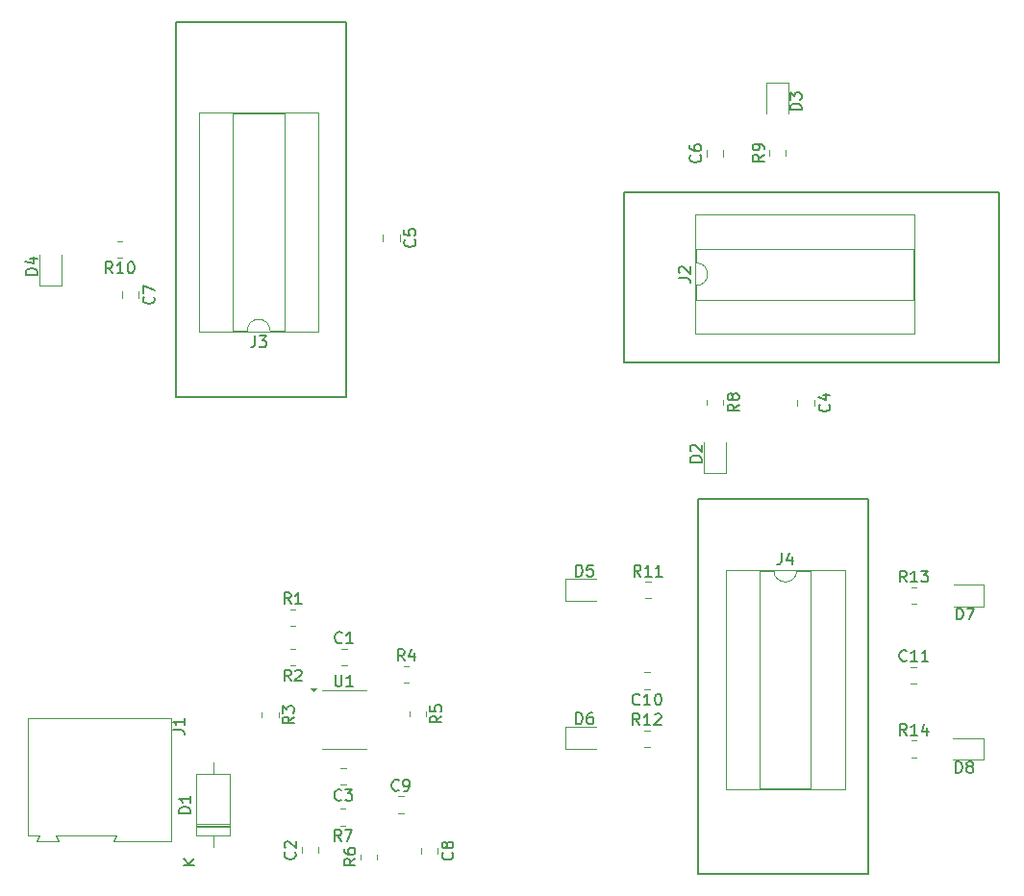
<source format=gbr>
%TF.GenerationSoftware,KiCad,Pcbnew,8.0.5*%
%TF.CreationDate,2024-11-04T13:30:35-06:00*%
%TF.ProjectId,KiCAD_Custom_DRC_Rules_for_PCBWay,4b694341-445f-4437-9573-746f6d5f4452,rev?*%
%TF.SameCoordinates,Original*%
%TF.FileFunction,Legend,Top*%
%TF.FilePolarity,Positive*%
%FSLAX46Y46*%
G04 Gerber Fmt 4.6, Leading zero omitted, Abs format (unit mm)*
G04 Created by KiCad (PCBNEW 8.0.5) date 2024-11-04 13:30:35*
%MOMM*%
%LPD*%
G01*
G04 APERTURE LIST*
%ADD10C,0.150000*%
%ADD11C,0.120000*%
G04 APERTURE END LIST*
D10*
X64000000Y-50000000D02*
X79000000Y-50000000D01*
X79000000Y-83000000D01*
X64000000Y-83000000D01*
X64000000Y-50000000D01*
X110000000Y-92000000D02*
X125000000Y-92000000D01*
X125000000Y-125000000D01*
X110000000Y-125000000D01*
X110000000Y-92000000D01*
X103500000Y-65000000D02*
X136500000Y-65000000D01*
X136500000Y-80000000D01*
X103500000Y-80000000D01*
X103500000Y-65000000D01*
X128357142Y-112804819D02*
X128023809Y-112328628D01*
X127785714Y-112804819D02*
X127785714Y-111804819D01*
X127785714Y-111804819D02*
X128166666Y-111804819D01*
X128166666Y-111804819D02*
X128261904Y-111852438D01*
X128261904Y-111852438D02*
X128309523Y-111900057D01*
X128309523Y-111900057D02*
X128357142Y-111995295D01*
X128357142Y-111995295D02*
X128357142Y-112138152D01*
X128357142Y-112138152D02*
X128309523Y-112233390D01*
X128309523Y-112233390D02*
X128261904Y-112281009D01*
X128261904Y-112281009D02*
X128166666Y-112328628D01*
X128166666Y-112328628D02*
X127785714Y-112328628D01*
X129309523Y-112804819D02*
X128738095Y-112804819D01*
X129023809Y-112804819D02*
X129023809Y-111804819D01*
X129023809Y-111804819D02*
X128928571Y-111947676D01*
X128928571Y-111947676D02*
X128833333Y-112042914D01*
X128833333Y-112042914D02*
X128738095Y-112090533D01*
X130166666Y-112138152D02*
X130166666Y-112804819D01*
X129928571Y-111757200D02*
X129690476Y-112471485D01*
X129690476Y-112471485D02*
X130309523Y-112471485D01*
X62039580Y-74166666D02*
X62087200Y-74214285D01*
X62087200Y-74214285D02*
X62134819Y-74357142D01*
X62134819Y-74357142D02*
X62134819Y-74452380D01*
X62134819Y-74452380D02*
X62087200Y-74595237D01*
X62087200Y-74595237D02*
X61991961Y-74690475D01*
X61991961Y-74690475D02*
X61896723Y-74738094D01*
X61896723Y-74738094D02*
X61706247Y-74785713D01*
X61706247Y-74785713D02*
X61563390Y-74785713D01*
X61563390Y-74785713D02*
X61372914Y-74738094D01*
X61372914Y-74738094D02*
X61277676Y-74690475D01*
X61277676Y-74690475D02*
X61182438Y-74595237D01*
X61182438Y-74595237D02*
X61134819Y-74452380D01*
X61134819Y-74452380D02*
X61134819Y-74357142D01*
X61134819Y-74357142D02*
X61182438Y-74214285D01*
X61182438Y-74214285D02*
X61230057Y-74166666D01*
X61134819Y-73833332D02*
X61134819Y-73166666D01*
X61134819Y-73166666D02*
X62134819Y-73595237D01*
X74494580Y-123086666D02*
X74542200Y-123134285D01*
X74542200Y-123134285D02*
X74589819Y-123277142D01*
X74589819Y-123277142D02*
X74589819Y-123372380D01*
X74589819Y-123372380D02*
X74542200Y-123515237D01*
X74542200Y-123515237D02*
X74446961Y-123610475D01*
X74446961Y-123610475D02*
X74351723Y-123658094D01*
X74351723Y-123658094D02*
X74161247Y-123705713D01*
X74161247Y-123705713D02*
X74018390Y-123705713D01*
X74018390Y-123705713D02*
X73827914Y-123658094D01*
X73827914Y-123658094D02*
X73732676Y-123610475D01*
X73732676Y-123610475D02*
X73637438Y-123515237D01*
X73637438Y-123515237D02*
X73589819Y-123372380D01*
X73589819Y-123372380D02*
X73589819Y-123277142D01*
X73589819Y-123277142D02*
X73637438Y-123134285D01*
X73637438Y-123134285D02*
X73685057Y-123086666D01*
X73685057Y-122705713D02*
X73637438Y-122658094D01*
X73637438Y-122658094D02*
X73589819Y-122562856D01*
X73589819Y-122562856D02*
X73589819Y-122324761D01*
X73589819Y-122324761D02*
X73637438Y-122229523D01*
X73637438Y-122229523D02*
X73685057Y-122181904D01*
X73685057Y-122181904D02*
X73780295Y-122134285D01*
X73780295Y-122134285D02*
X73875533Y-122134285D01*
X73875533Y-122134285D02*
X74018390Y-122181904D01*
X74018390Y-122181904D02*
X74589819Y-122753332D01*
X74589819Y-122753332D02*
X74589819Y-122134285D01*
X110304819Y-88738094D02*
X109304819Y-88738094D01*
X109304819Y-88738094D02*
X109304819Y-88499999D01*
X109304819Y-88499999D02*
X109352438Y-88357142D01*
X109352438Y-88357142D02*
X109447676Y-88261904D01*
X109447676Y-88261904D02*
X109542914Y-88214285D01*
X109542914Y-88214285D02*
X109733390Y-88166666D01*
X109733390Y-88166666D02*
X109876247Y-88166666D01*
X109876247Y-88166666D02*
X110066723Y-88214285D01*
X110066723Y-88214285D02*
X110161961Y-88261904D01*
X110161961Y-88261904D02*
X110257200Y-88357142D01*
X110257200Y-88357142D02*
X110304819Y-88499999D01*
X110304819Y-88499999D02*
X110304819Y-88738094D01*
X109400057Y-87785713D02*
X109352438Y-87738094D01*
X109352438Y-87738094D02*
X109304819Y-87642856D01*
X109304819Y-87642856D02*
X109304819Y-87404761D01*
X109304819Y-87404761D02*
X109352438Y-87309523D01*
X109352438Y-87309523D02*
X109400057Y-87261904D01*
X109400057Y-87261904D02*
X109495295Y-87214285D01*
X109495295Y-87214285D02*
X109590533Y-87214285D01*
X109590533Y-87214285D02*
X109733390Y-87261904D01*
X109733390Y-87261904D02*
X110304819Y-87833332D01*
X110304819Y-87833332D02*
X110304819Y-87214285D01*
X78053095Y-107474819D02*
X78053095Y-108284342D01*
X78053095Y-108284342D02*
X78100714Y-108379580D01*
X78100714Y-108379580D02*
X78148333Y-108427200D01*
X78148333Y-108427200D02*
X78243571Y-108474819D01*
X78243571Y-108474819D02*
X78434047Y-108474819D01*
X78434047Y-108474819D02*
X78529285Y-108427200D01*
X78529285Y-108427200D02*
X78576904Y-108379580D01*
X78576904Y-108379580D02*
X78624523Y-108284342D01*
X78624523Y-108284342D02*
X78624523Y-107474819D01*
X79624523Y-108474819D02*
X79053095Y-108474819D01*
X79338809Y-108474819D02*
X79338809Y-107474819D01*
X79338809Y-107474819D02*
X79243571Y-107617676D01*
X79243571Y-107617676D02*
X79148333Y-107712914D01*
X79148333Y-107712914D02*
X79053095Y-107760533D01*
X70976666Y-77619819D02*
X70976666Y-78334104D01*
X70976666Y-78334104D02*
X70929047Y-78476961D01*
X70929047Y-78476961D02*
X70833809Y-78572200D01*
X70833809Y-78572200D02*
X70690952Y-78619819D01*
X70690952Y-78619819D02*
X70595714Y-78619819D01*
X71357619Y-77619819D02*
X71976666Y-77619819D01*
X71976666Y-77619819D02*
X71643333Y-78000771D01*
X71643333Y-78000771D02*
X71786190Y-78000771D01*
X71786190Y-78000771D02*
X71881428Y-78048390D01*
X71881428Y-78048390D02*
X71929047Y-78096009D01*
X71929047Y-78096009D02*
X71976666Y-78191247D01*
X71976666Y-78191247D02*
X71976666Y-78429342D01*
X71976666Y-78429342D02*
X71929047Y-78524580D01*
X71929047Y-78524580D02*
X71881428Y-78572200D01*
X71881428Y-78572200D02*
X71786190Y-78619819D01*
X71786190Y-78619819D02*
X71500476Y-78619819D01*
X71500476Y-78619819D02*
X71405238Y-78572200D01*
X71405238Y-78572200D02*
X71357619Y-78524580D01*
X74148333Y-101224819D02*
X73815000Y-100748628D01*
X73576905Y-101224819D02*
X73576905Y-100224819D01*
X73576905Y-100224819D02*
X73957857Y-100224819D01*
X73957857Y-100224819D02*
X74053095Y-100272438D01*
X74053095Y-100272438D02*
X74100714Y-100320057D01*
X74100714Y-100320057D02*
X74148333Y-100415295D01*
X74148333Y-100415295D02*
X74148333Y-100558152D01*
X74148333Y-100558152D02*
X74100714Y-100653390D01*
X74100714Y-100653390D02*
X74053095Y-100701009D01*
X74053095Y-100701009D02*
X73957857Y-100748628D01*
X73957857Y-100748628D02*
X73576905Y-100748628D01*
X75100714Y-101224819D02*
X74529286Y-101224819D01*
X74815000Y-101224819D02*
X74815000Y-100224819D01*
X74815000Y-100224819D02*
X74719762Y-100367676D01*
X74719762Y-100367676D02*
X74624524Y-100462914D01*
X74624524Y-100462914D02*
X74529286Y-100510533D01*
X51804819Y-72238094D02*
X50804819Y-72238094D01*
X50804819Y-72238094D02*
X50804819Y-71999999D01*
X50804819Y-71999999D02*
X50852438Y-71857142D01*
X50852438Y-71857142D02*
X50947676Y-71761904D01*
X50947676Y-71761904D02*
X51042914Y-71714285D01*
X51042914Y-71714285D02*
X51233390Y-71666666D01*
X51233390Y-71666666D02*
X51376247Y-71666666D01*
X51376247Y-71666666D02*
X51566723Y-71714285D01*
X51566723Y-71714285D02*
X51661961Y-71761904D01*
X51661961Y-71761904D02*
X51757200Y-71857142D01*
X51757200Y-71857142D02*
X51804819Y-71999999D01*
X51804819Y-71999999D02*
X51804819Y-72238094D01*
X51138152Y-70809523D02*
X51804819Y-70809523D01*
X50757200Y-71047618D02*
X51471485Y-71285713D01*
X51471485Y-71285713D02*
X51471485Y-70666666D01*
X78560833Y-122104819D02*
X78227500Y-121628628D01*
X77989405Y-122104819D02*
X77989405Y-121104819D01*
X77989405Y-121104819D02*
X78370357Y-121104819D01*
X78370357Y-121104819D02*
X78465595Y-121152438D01*
X78465595Y-121152438D02*
X78513214Y-121200057D01*
X78513214Y-121200057D02*
X78560833Y-121295295D01*
X78560833Y-121295295D02*
X78560833Y-121438152D01*
X78560833Y-121438152D02*
X78513214Y-121533390D01*
X78513214Y-121533390D02*
X78465595Y-121581009D01*
X78465595Y-121581009D02*
X78370357Y-121628628D01*
X78370357Y-121628628D02*
X77989405Y-121628628D01*
X78894167Y-121104819D02*
X79560833Y-121104819D01*
X79560833Y-121104819D02*
X79132262Y-122104819D01*
X119104819Y-57738094D02*
X118104819Y-57738094D01*
X118104819Y-57738094D02*
X118104819Y-57499999D01*
X118104819Y-57499999D02*
X118152438Y-57357142D01*
X118152438Y-57357142D02*
X118247676Y-57261904D01*
X118247676Y-57261904D02*
X118342914Y-57214285D01*
X118342914Y-57214285D02*
X118533390Y-57166666D01*
X118533390Y-57166666D02*
X118676247Y-57166666D01*
X118676247Y-57166666D02*
X118866723Y-57214285D01*
X118866723Y-57214285D02*
X118961961Y-57261904D01*
X118961961Y-57261904D02*
X119057200Y-57357142D01*
X119057200Y-57357142D02*
X119104819Y-57499999D01*
X119104819Y-57499999D02*
X119104819Y-57738094D01*
X118104819Y-56833332D02*
X118104819Y-56214285D01*
X118104819Y-56214285D02*
X118485771Y-56547618D01*
X118485771Y-56547618D02*
X118485771Y-56404761D01*
X118485771Y-56404761D02*
X118533390Y-56309523D01*
X118533390Y-56309523D02*
X118581009Y-56261904D01*
X118581009Y-56261904D02*
X118676247Y-56214285D01*
X118676247Y-56214285D02*
X118914342Y-56214285D01*
X118914342Y-56214285D02*
X119009580Y-56261904D01*
X119009580Y-56261904D02*
X119057200Y-56309523D01*
X119057200Y-56309523D02*
X119104819Y-56404761D01*
X119104819Y-56404761D02*
X119104819Y-56690475D01*
X119104819Y-56690475D02*
X119057200Y-56785713D01*
X119057200Y-56785713D02*
X119009580Y-56833332D01*
X115804819Y-61666666D02*
X115328628Y-61999999D01*
X115804819Y-62238094D02*
X114804819Y-62238094D01*
X114804819Y-62238094D02*
X114804819Y-61857142D01*
X114804819Y-61857142D02*
X114852438Y-61761904D01*
X114852438Y-61761904D02*
X114900057Y-61714285D01*
X114900057Y-61714285D02*
X114995295Y-61666666D01*
X114995295Y-61666666D02*
X115138152Y-61666666D01*
X115138152Y-61666666D02*
X115233390Y-61714285D01*
X115233390Y-61714285D02*
X115281009Y-61761904D01*
X115281009Y-61761904D02*
X115328628Y-61857142D01*
X115328628Y-61857142D02*
X115328628Y-62238094D01*
X115804819Y-61190475D02*
X115804819Y-60999999D01*
X115804819Y-60999999D02*
X115757200Y-60904761D01*
X115757200Y-60904761D02*
X115709580Y-60857142D01*
X115709580Y-60857142D02*
X115566723Y-60761904D01*
X115566723Y-60761904D02*
X115376247Y-60714285D01*
X115376247Y-60714285D02*
X114995295Y-60714285D01*
X114995295Y-60714285D02*
X114900057Y-60761904D01*
X114900057Y-60761904D02*
X114852438Y-60809523D01*
X114852438Y-60809523D02*
X114804819Y-60904761D01*
X114804819Y-60904761D02*
X114804819Y-61095237D01*
X114804819Y-61095237D02*
X114852438Y-61190475D01*
X114852438Y-61190475D02*
X114900057Y-61238094D01*
X114900057Y-61238094D02*
X114995295Y-61285713D01*
X114995295Y-61285713D02*
X115233390Y-61285713D01*
X115233390Y-61285713D02*
X115328628Y-61238094D01*
X115328628Y-61238094D02*
X115376247Y-61190475D01*
X115376247Y-61190475D02*
X115423866Y-61095237D01*
X115423866Y-61095237D02*
X115423866Y-60904761D01*
X115423866Y-60904761D02*
X115376247Y-60809523D01*
X115376247Y-60809523D02*
X115328628Y-60761904D01*
X115328628Y-60761904D02*
X115233390Y-60714285D01*
X121539580Y-83666666D02*
X121587200Y-83714285D01*
X121587200Y-83714285D02*
X121634819Y-83857142D01*
X121634819Y-83857142D02*
X121634819Y-83952380D01*
X121634819Y-83952380D02*
X121587200Y-84095237D01*
X121587200Y-84095237D02*
X121491961Y-84190475D01*
X121491961Y-84190475D02*
X121396723Y-84238094D01*
X121396723Y-84238094D02*
X121206247Y-84285713D01*
X121206247Y-84285713D02*
X121063390Y-84285713D01*
X121063390Y-84285713D02*
X120872914Y-84238094D01*
X120872914Y-84238094D02*
X120777676Y-84190475D01*
X120777676Y-84190475D02*
X120682438Y-84095237D01*
X120682438Y-84095237D02*
X120634819Y-83952380D01*
X120634819Y-83952380D02*
X120634819Y-83857142D01*
X120634819Y-83857142D02*
X120682438Y-83714285D01*
X120682438Y-83714285D02*
X120730057Y-83666666D01*
X120968152Y-82809523D02*
X121634819Y-82809523D01*
X120587200Y-83047618D02*
X121301485Y-83285713D01*
X121301485Y-83285713D02*
X121301485Y-82666666D01*
X104944642Y-98804819D02*
X104611309Y-98328628D01*
X104373214Y-98804819D02*
X104373214Y-97804819D01*
X104373214Y-97804819D02*
X104754166Y-97804819D01*
X104754166Y-97804819D02*
X104849404Y-97852438D01*
X104849404Y-97852438D02*
X104897023Y-97900057D01*
X104897023Y-97900057D02*
X104944642Y-97995295D01*
X104944642Y-97995295D02*
X104944642Y-98138152D01*
X104944642Y-98138152D02*
X104897023Y-98233390D01*
X104897023Y-98233390D02*
X104849404Y-98281009D01*
X104849404Y-98281009D02*
X104754166Y-98328628D01*
X104754166Y-98328628D02*
X104373214Y-98328628D01*
X105897023Y-98804819D02*
X105325595Y-98804819D01*
X105611309Y-98804819D02*
X105611309Y-97804819D01*
X105611309Y-97804819D02*
X105516071Y-97947676D01*
X105516071Y-97947676D02*
X105420833Y-98042914D01*
X105420833Y-98042914D02*
X105325595Y-98090533D01*
X106849404Y-98804819D02*
X106277976Y-98804819D01*
X106563690Y-98804819D02*
X106563690Y-97804819D01*
X106563690Y-97804819D02*
X106468452Y-97947676D01*
X106468452Y-97947676D02*
X106373214Y-98042914D01*
X106373214Y-98042914D02*
X106277976Y-98090533D01*
X104857142Y-110039580D02*
X104809523Y-110087200D01*
X104809523Y-110087200D02*
X104666666Y-110134819D01*
X104666666Y-110134819D02*
X104571428Y-110134819D01*
X104571428Y-110134819D02*
X104428571Y-110087200D01*
X104428571Y-110087200D02*
X104333333Y-109991961D01*
X104333333Y-109991961D02*
X104285714Y-109896723D01*
X104285714Y-109896723D02*
X104238095Y-109706247D01*
X104238095Y-109706247D02*
X104238095Y-109563390D01*
X104238095Y-109563390D02*
X104285714Y-109372914D01*
X104285714Y-109372914D02*
X104333333Y-109277676D01*
X104333333Y-109277676D02*
X104428571Y-109182438D01*
X104428571Y-109182438D02*
X104571428Y-109134819D01*
X104571428Y-109134819D02*
X104666666Y-109134819D01*
X104666666Y-109134819D02*
X104809523Y-109182438D01*
X104809523Y-109182438D02*
X104857142Y-109230057D01*
X105809523Y-110134819D02*
X105238095Y-110134819D01*
X105523809Y-110134819D02*
X105523809Y-109134819D01*
X105523809Y-109134819D02*
X105428571Y-109277676D01*
X105428571Y-109277676D02*
X105333333Y-109372914D01*
X105333333Y-109372914D02*
X105238095Y-109420533D01*
X106428571Y-109134819D02*
X106523809Y-109134819D01*
X106523809Y-109134819D02*
X106619047Y-109182438D01*
X106619047Y-109182438D02*
X106666666Y-109230057D01*
X106666666Y-109230057D02*
X106714285Y-109325295D01*
X106714285Y-109325295D02*
X106761904Y-109515771D01*
X106761904Y-109515771D02*
X106761904Y-109753866D01*
X106761904Y-109753866D02*
X106714285Y-109944342D01*
X106714285Y-109944342D02*
X106666666Y-110039580D01*
X106666666Y-110039580D02*
X106619047Y-110087200D01*
X106619047Y-110087200D02*
X106523809Y-110134819D01*
X106523809Y-110134819D02*
X106428571Y-110134819D01*
X106428571Y-110134819D02*
X106333333Y-110087200D01*
X106333333Y-110087200D02*
X106285714Y-110039580D01*
X106285714Y-110039580D02*
X106238095Y-109944342D01*
X106238095Y-109944342D02*
X106190476Y-109753866D01*
X106190476Y-109753866D02*
X106190476Y-109515771D01*
X106190476Y-109515771D02*
X106238095Y-109325295D01*
X106238095Y-109325295D02*
X106285714Y-109230057D01*
X106285714Y-109230057D02*
X106333333Y-109182438D01*
X106333333Y-109182438D02*
X106428571Y-109134819D01*
X78598333Y-118459580D02*
X78550714Y-118507200D01*
X78550714Y-118507200D02*
X78407857Y-118554819D01*
X78407857Y-118554819D02*
X78312619Y-118554819D01*
X78312619Y-118554819D02*
X78169762Y-118507200D01*
X78169762Y-118507200D02*
X78074524Y-118411961D01*
X78074524Y-118411961D02*
X78026905Y-118316723D01*
X78026905Y-118316723D02*
X77979286Y-118126247D01*
X77979286Y-118126247D02*
X77979286Y-117983390D01*
X77979286Y-117983390D02*
X78026905Y-117792914D01*
X78026905Y-117792914D02*
X78074524Y-117697676D01*
X78074524Y-117697676D02*
X78169762Y-117602438D01*
X78169762Y-117602438D02*
X78312619Y-117554819D01*
X78312619Y-117554819D02*
X78407857Y-117554819D01*
X78407857Y-117554819D02*
X78550714Y-117602438D01*
X78550714Y-117602438D02*
X78598333Y-117650057D01*
X78931667Y-117554819D02*
X79550714Y-117554819D01*
X79550714Y-117554819D02*
X79217381Y-117935771D01*
X79217381Y-117935771D02*
X79360238Y-117935771D01*
X79360238Y-117935771D02*
X79455476Y-117983390D01*
X79455476Y-117983390D02*
X79503095Y-118031009D01*
X79503095Y-118031009D02*
X79550714Y-118126247D01*
X79550714Y-118126247D02*
X79550714Y-118364342D01*
X79550714Y-118364342D02*
X79503095Y-118459580D01*
X79503095Y-118459580D02*
X79455476Y-118507200D01*
X79455476Y-118507200D02*
X79360238Y-118554819D01*
X79360238Y-118554819D02*
X79074524Y-118554819D01*
X79074524Y-118554819D02*
X78979286Y-118507200D01*
X78979286Y-118507200D02*
X78931667Y-118459580D01*
X113604819Y-83666666D02*
X113128628Y-83999999D01*
X113604819Y-84238094D02*
X112604819Y-84238094D01*
X112604819Y-84238094D02*
X112604819Y-83857142D01*
X112604819Y-83857142D02*
X112652438Y-83761904D01*
X112652438Y-83761904D02*
X112700057Y-83714285D01*
X112700057Y-83714285D02*
X112795295Y-83666666D01*
X112795295Y-83666666D02*
X112938152Y-83666666D01*
X112938152Y-83666666D02*
X113033390Y-83714285D01*
X113033390Y-83714285D02*
X113081009Y-83761904D01*
X113081009Y-83761904D02*
X113128628Y-83857142D01*
X113128628Y-83857142D02*
X113128628Y-84238094D01*
X113033390Y-83095237D02*
X112985771Y-83190475D01*
X112985771Y-83190475D02*
X112938152Y-83238094D01*
X112938152Y-83238094D02*
X112842914Y-83285713D01*
X112842914Y-83285713D02*
X112795295Y-83285713D01*
X112795295Y-83285713D02*
X112700057Y-83238094D01*
X112700057Y-83238094D02*
X112652438Y-83190475D01*
X112652438Y-83190475D02*
X112604819Y-83095237D01*
X112604819Y-83095237D02*
X112604819Y-82904761D01*
X112604819Y-82904761D02*
X112652438Y-82809523D01*
X112652438Y-82809523D02*
X112700057Y-82761904D01*
X112700057Y-82761904D02*
X112795295Y-82714285D01*
X112795295Y-82714285D02*
X112842914Y-82714285D01*
X112842914Y-82714285D02*
X112938152Y-82761904D01*
X112938152Y-82761904D02*
X112985771Y-82809523D01*
X112985771Y-82809523D02*
X113033390Y-82904761D01*
X113033390Y-82904761D02*
X113033390Y-83095237D01*
X113033390Y-83095237D02*
X113081009Y-83190475D01*
X113081009Y-83190475D02*
X113128628Y-83238094D01*
X113128628Y-83238094D02*
X113223866Y-83285713D01*
X113223866Y-83285713D02*
X113414342Y-83285713D01*
X113414342Y-83285713D02*
X113509580Y-83238094D01*
X113509580Y-83238094D02*
X113557200Y-83190475D01*
X113557200Y-83190475D02*
X113604819Y-83095237D01*
X113604819Y-83095237D02*
X113604819Y-82904761D01*
X113604819Y-82904761D02*
X113557200Y-82809523D01*
X113557200Y-82809523D02*
X113509580Y-82761904D01*
X113509580Y-82761904D02*
X113414342Y-82714285D01*
X113414342Y-82714285D02*
X113223866Y-82714285D01*
X113223866Y-82714285D02*
X113128628Y-82761904D01*
X113128628Y-82761904D02*
X113081009Y-82809523D01*
X113081009Y-82809523D02*
X113033390Y-82904761D01*
X128357142Y-106179580D02*
X128309523Y-106227200D01*
X128309523Y-106227200D02*
X128166666Y-106274819D01*
X128166666Y-106274819D02*
X128071428Y-106274819D01*
X128071428Y-106274819D02*
X127928571Y-106227200D01*
X127928571Y-106227200D02*
X127833333Y-106131961D01*
X127833333Y-106131961D02*
X127785714Y-106036723D01*
X127785714Y-106036723D02*
X127738095Y-105846247D01*
X127738095Y-105846247D02*
X127738095Y-105703390D01*
X127738095Y-105703390D02*
X127785714Y-105512914D01*
X127785714Y-105512914D02*
X127833333Y-105417676D01*
X127833333Y-105417676D02*
X127928571Y-105322438D01*
X127928571Y-105322438D02*
X128071428Y-105274819D01*
X128071428Y-105274819D02*
X128166666Y-105274819D01*
X128166666Y-105274819D02*
X128309523Y-105322438D01*
X128309523Y-105322438D02*
X128357142Y-105370057D01*
X129309523Y-106274819D02*
X128738095Y-106274819D01*
X129023809Y-106274819D02*
X129023809Y-105274819D01*
X129023809Y-105274819D02*
X128928571Y-105417676D01*
X128928571Y-105417676D02*
X128833333Y-105512914D01*
X128833333Y-105512914D02*
X128738095Y-105560533D01*
X130261904Y-106274819D02*
X129690476Y-106274819D01*
X129976190Y-106274819D02*
X129976190Y-105274819D01*
X129976190Y-105274819D02*
X129880952Y-105417676D01*
X129880952Y-105417676D02*
X129785714Y-105512914D01*
X129785714Y-105512914D02*
X129690476Y-105560533D01*
X132761905Y-102604819D02*
X132761905Y-101604819D01*
X132761905Y-101604819D02*
X133000000Y-101604819D01*
X133000000Y-101604819D02*
X133142857Y-101652438D01*
X133142857Y-101652438D02*
X133238095Y-101747676D01*
X133238095Y-101747676D02*
X133285714Y-101842914D01*
X133285714Y-101842914D02*
X133333333Y-102033390D01*
X133333333Y-102033390D02*
X133333333Y-102176247D01*
X133333333Y-102176247D02*
X133285714Y-102366723D01*
X133285714Y-102366723D02*
X133238095Y-102461961D01*
X133238095Y-102461961D02*
X133142857Y-102557200D01*
X133142857Y-102557200D02*
X133000000Y-102604819D01*
X133000000Y-102604819D02*
X132761905Y-102604819D01*
X133666667Y-101604819D02*
X134333333Y-101604819D01*
X134333333Y-101604819D02*
X133904762Y-102604819D01*
X83648333Y-117599580D02*
X83600714Y-117647200D01*
X83600714Y-117647200D02*
X83457857Y-117694819D01*
X83457857Y-117694819D02*
X83362619Y-117694819D01*
X83362619Y-117694819D02*
X83219762Y-117647200D01*
X83219762Y-117647200D02*
X83124524Y-117551961D01*
X83124524Y-117551961D02*
X83076905Y-117456723D01*
X83076905Y-117456723D02*
X83029286Y-117266247D01*
X83029286Y-117266247D02*
X83029286Y-117123390D01*
X83029286Y-117123390D02*
X83076905Y-116932914D01*
X83076905Y-116932914D02*
X83124524Y-116837676D01*
X83124524Y-116837676D02*
X83219762Y-116742438D01*
X83219762Y-116742438D02*
X83362619Y-116694819D01*
X83362619Y-116694819D02*
X83457857Y-116694819D01*
X83457857Y-116694819D02*
X83600714Y-116742438D01*
X83600714Y-116742438D02*
X83648333Y-116790057D01*
X84124524Y-117694819D02*
X84315000Y-117694819D01*
X84315000Y-117694819D02*
X84410238Y-117647200D01*
X84410238Y-117647200D02*
X84457857Y-117599580D01*
X84457857Y-117599580D02*
X84553095Y-117456723D01*
X84553095Y-117456723D02*
X84600714Y-117266247D01*
X84600714Y-117266247D02*
X84600714Y-116885295D01*
X84600714Y-116885295D02*
X84553095Y-116790057D01*
X84553095Y-116790057D02*
X84505476Y-116742438D01*
X84505476Y-116742438D02*
X84410238Y-116694819D01*
X84410238Y-116694819D02*
X84219762Y-116694819D01*
X84219762Y-116694819D02*
X84124524Y-116742438D01*
X84124524Y-116742438D02*
X84076905Y-116790057D01*
X84076905Y-116790057D02*
X84029286Y-116885295D01*
X84029286Y-116885295D02*
X84029286Y-117123390D01*
X84029286Y-117123390D02*
X84076905Y-117218628D01*
X84076905Y-117218628D02*
X84124524Y-117266247D01*
X84124524Y-117266247D02*
X84219762Y-117313866D01*
X84219762Y-117313866D02*
X84410238Y-117313866D01*
X84410238Y-117313866D02*
X84505476Y-117266247D01*
X84505476Y-117266247D02*
X84553095Y-117218628D01*
X84553095Y-117218628D02*
X84600714Y-117123390D01*
X104857142Y-111892319D02*
X104523809Y-111416128D01*
X104285714Y-111892319D02*
X104285714Y-110892319D01*
X104285714Y-110892319D02*
X104666666Y-110892319D01*
X104666666Y-110892319D02*
X104761904Y-110939938D01*
X104761904Y-110939938D02*
X104809523Y-110987557D01*
X104809523Y-110987557D02*
X104857142Y-111082795D01*
X104857142Y-111082795D02*
X104857142Y-111225652D01*
X104857142Y-111225652D02*
X104809523Y-111320890D01*
X104809523Y-111320890D02*
X104761904Y-111368509D01*
X104761904Y-111368509D02*
X104666666Y-111416128D01*
X104666666Y-111416128D02*
X104285714Y-111416128D01*
X105809523Y-111892319D02*
X105238095Y-111892319D01*
X105523809Y-111892319D02*
X105523809Y-110892319D01*
X105523809Y-110892319D02*
X105428571Y-111035176D01*
X105428571Y-111035176D02*
X105333333Y-111130414D01*
X105333333Y-111130414D02*
X105238095Y-111178033D01*
X106190476Y-110987557D02*
X106238095Y-110939938D01*
X106238095Y-110939938D02*
X106333333Y-110892319D01*
X106333333Y-110892319D02*
X106571428Y-110892319D01*
X106571428Y-110892319D02*
X106666666Y-110939938D01*
X106666666Y-110939938D02*
X106714285Y-110987557D01*
X106714285Y-110987557D02*
X106761904Y-111082795D01*
X106761904Y-111082795D02*
X106761904Y-111178033D01*
X106761904Y-111178033D02*
X106714285Y-111320890D01*
X106714285Y-111320890D02*
X106142857Y-111892319D01*
X106142857Y-111892319D02*
X106761904Y-111892319D01*
X65299819Y-119658094D02*
X64299819Y-119658094D01*
X64299819Y-119658094D02*
X64299819Y-119419999D01*
X64299819Y-119419999D02*
X64347438Y-119277142D01*
X64347438Y-119277142D02*
X64442676Y-119181904D01*
X64442676Y-119181904D02*
X64537914Y-119134285D01*
X64537914Y-119134285D02*
X64728390Y-119086666D01*
X64728390Y-119086666D02*
X64871247Y-119086666D01*
X64871247Y-119086666D02*
X65061723Y-119134285D01*
X65061723Y-119134285D02*
X65156961Y-119181904D01*
X65156961Y-119181904D02*
X65252200Y-119277142D01*
X65252200Y-119277142D02*
X65299819Y-119419999D01*
X65299819Y-119419999D02*
X65299819Y-119658094D01*
X65299819Y-118134285D02*
X65299819Y-118705713D01*
X65299819Y-118419999D02*
X64299819Y-118419999D01*
X64299819Y-118419999D02*
X64442676Y-118515237D01*
X64442676Y-118515237D02*
X64537914Y-118610475D01*
X64537914Y-118610475D02*
X64585533Y-118705713D01*
X65669819Y-124261904D02*
X64669819Y-124261904D01*
X65669819Y-123690476D02*
X65098390Y-124119047D01*
X64669819Y-123690476D02*
X65241247Y-124261904D01*
X78648333Y-104599580D02*
X78600714Y-104647200D01*
X78600714Y-104647200D02*
X78457857Y-104694819D01*
X78457857Y-104694819D02*
X78362619Y-104694819D01*
X78362619Y-104694819D02*
X78219762Y-104647200D01*
X78219762Y-104647200D02*
X78124524Y-104551961D01*
X78124524Y-104551961D02*
X78076905Y-104456723D01*
X78076905Y-104456723D02*
X78029286Y-104266247D01*
X78029286Y-104266247D02*
X78029286Y-104123390D01*
X78029286Y-104123390D02*
X78076905Y-103932914D01*
X78076905Y-103932914D02*
X78124524Y-103837676D01*
X78124524Y-103837676D02*
X78219762Y-103742438D01*
X78219762Y-103742438D02*
X78362619Y-103694819D01*
X78362619Y-103694819D02*
X78457857Y-103694819D01*
X78457857Y-103694819D02*
X78600714Y-103742438D01*
X78600714Y-103742438D02*
X78648333Y-103790057D01*
X79600714Y-104694819D02*
X79029286Y-104694819D01*
X79315000Y-104694819D02*
X79315000Y-103694819D01*
X79315000Y-103694819D02*
X79219762Y-103837676D01*
X79219762Y-103837676D02*
X79124524Y-103932914D01*
X79124524Y-103932914D02*
X79029286Y-103980533D01*
X99261905Y-111804819D02*
X99261905Y-110804819D01*
X99261905Y-110804819D02*
X99500000Y-110804819D01*
X99500000Y-110804819D02*
X99642857Y-110852438D01*
X99642857Y-110852438D02*
X99738095Y-110947676D01*
X99738095Y-110947676D02*
X99785714Y-111042914D01*
X99785714Y-111042914D02*
X99833333Y-111233390D01*
X99833333Y-111233390D02*
X99833333Y-111376247D01*
X99833333Y-111376247D02*
X99785714Y-111566723D01*
X99785714Y-111566723D02*
X99738095Y-111661961D01*
X99738095Y-111661961D02*
X99642857Y-111757200D01*
X99642857Y-111757200D02*
X99500000Y-111804819D01*
X99500000Y-111804819D02*
X99261905Y-111804819D01*
X100690476Y-110804819D02*
X100500000Y-110804819D01*
X100500000Y-110804819D02*
X100404762Y-110852438D01*
X100404762Y-110852438D02*
X100357143Y-110900057D01*
X100357143Y-110900057D02*
X100261905Y-111042914D01*
X100261905Y-111042914D02*
X100214286Y-111233390D01*
X100214286Y-111233390D02*
X100214286Y-111614342D01*
X100214286Y-111614342D02*
X100261905Y-111709580D01*
X100261905Y-111709580D02*
X100309524Y-111757200D01*
X100309524Y-111757200D02*
X100404762Y-111804819D01*
X100404762Y-111804819D02*
X100595238Y-111804819D01*
X100595238Y-111804819D02*
X100690476Y-111757200D01*
X100690476Y-111757200D02*
X100738095Y-111709580D01*
X100738095Y-111709580D02*
X100785714Y-111614342D01*
X100785714Y-111614342D02*
X100785714Y-111376247D01*
X100785714Y-111376247D02*
X100738095Y-111281009D01*
X100738095Y-111281009D02*
X100690476Y-111233390D01*
X100690476Y-111233390D02*
X100595238Y-111185771D01*
X100595238Y-111185771D02*
X100404762Y-111185771D01*
X100404762Y-111185771D02*
X100309524Y-111233390D01*
X100309524Y-111233390D02*
X100261905Y-111281009D01*
X100261905Y-111281009D02*
X100214286Y-111376247D01*
X117356666Y-96749819D02*
X117356666Y-97464104D01*
X117356666Y-97464104D02*
X117309047Y-97606961D01*
X117309047Y-97606961D02*
X117213809Y-97702200D01*
X117213809Y-97702200D02*
X117070952Y-97749819D01*
X117070952Y-97749819D02*
X116975714Y-97749819D01*
X118261428Y-97083152D02*
X118261428Y-97749819D01*
X118023333Y-96702200D02*
X117785238Y-97416485D01*
X117785238Y-97416485D02*
X118404285Y-97416485D01*
X84148333Y-106224819D02*
X83815000Y-105748628D01*
X83576905Y-106224819D02*
X83576905Y-105224819D01*
X83576905Y-105224819D02*
X83957857Y-105224819D01*
X83957857Y-105224819D02*
X84053095Y-105272438D01*
X84053095Y-105272438D02*
X84100714Y-105320057D01*
X84100714Y-105320057D02*
X84148333Y-105415295D01*
X84148333Y-105415295D02*
X84148333Y-105558152D01*
X84148333Y-105558152D02*
X84100714Y-105653390D01*
X84100714Y-105653390D02*
X84053095Y-105701009D01*
X84053095Y-105701009D02*
X83957857Y-105748628D01*
X83957857Y-105748628D02*
X83576905Y-105748628D01*
X85005476Y-105558152D02*
X85005476Y-106224819D01*
X84767381Y-105177200D02*
X84529286Y-105891485D01*
X84529286Y-105891485D02*
X85148333Y-105891485D01*
X132699405Y-116104819D02*
X132699405Y-115104819D01*
X132699405Y-115104819D02*
X132937500Y-115104819D01*
X132937500Y-115104819D02*
X133080357Y-115152438D01*
X133080357Y-115152438D02*
X133175595Y-115247676D01*
X133175595Y-115247676D02*
X133223214Y-115342914D01*
X133223214Y-115342914D02*
X133270833Y-115533390D01*
X133270833Y-115533390D02*
X133270833Y-115676247D01*
X133270833Y-115676247D02*
X133223214Y-115866723D01*
X133223214Y-115866723D02*
X133175595Y-115961961D01*
X133175595Y-115961961D02*
X133080357Y-116057200D01*
X133080357Y-116057200D02*
X132937500Y-116104819D01*
X132937500Y-116104819D02*
X132699405Y-116104819D01*
X133842262Y-115533390D02*
X133747024Y-115485771D01*
X133747024Y-115485771D02*
X133699405Y-115438152D01*
X133699405Y-115438152D02*
X133651786Y-115342914D01*
X133651786Y-115342914D02*
X133651786Y-115295295D01*
X133651786Y-115295295D02*
X133699405Y-115200057D01*
X133699405Y-115200057D02*
X133747024Y-115152438D01*
X133747024Y-115152438D02*
X133842262Y-115104819D01*
X133842262Y-115104819D02*
X134032738Y-115104819D01*
X134032738Y-115104819D02*
X134127976Y-115152438D01*
X134127976Y-115152438D02*
X134175595Y-115200057D01*
X134175595Y-115200057D02*
X134223214Y-115295295D01*
X134223214Y-115295295D02*
X134223214Y-115342914D01*
X134223214Y-115342914D02*
X134175595Y-115438152D01*
X134175595Y-115438152D02*
X134127976Y-115485771D01*
X134127976Y-115485771D02*
X134032738Y-115533390D01*
X134032738Y-115533390D02*
X133842262Y-115533390D01*
X133842262Y-115533390D02*
X133747024Y-115581009D01*
X133747024Y-115581009D02*
X133699405Y-115628628D01*
X133699405Y-115628628D02*
X133651786Y-115723866D01*
X133651786Y-115723866D02*
X133651786Y-115914342D01*
X133651786Y-115914342D02*
X133699405Y-116009580D01*
X133699405Y-116009580D02*
X133747024Y-116057200D01*
X133747024Y-116057200D02*
X133842262Y-116104819D01*
X133842262Y-116104819D02*
X134032738Y-116104819D01*
X134032738Y-116104819D02*
X134127976Y-116057200D01*
X134127976Y-116057200D02*
X134175595Y-116009580D01*
X134175595Y-116009580D02*
X134223214Y-115914342D01*
X134223214Y-115914342D02*
X134223214Y-115723866D01*
X134223214Y-115723866D02*
X134175595Y-115628628D01*
X134175595Y-115628628D02*
X134127976Y-115581009D01*
X134127976Y-115581009D02*
X134032738Y-115533390D01*
X108289819Y-72523333D02*
X109004104Y-72523333D01*
X109004104Y-72523333D02*
X109146961Y-72570952D01*
X109146961Y-72570952D02*
X109242200Y-72666190D01*
X109242200Y-72666190D02*
X109289819Y-72809047D01*
X109289819Y-72809047D02*
X109289819Y-72904285D01*
X108385057Y-72094761D02*
X108337438Y-72047142D01*
X108337438Y-72047142D02*
X108289819Y-71951904D01*
X108289819Y-71951904D02*
X108289819Y-71713809D01*
X108289819Y-71713809D02*
X108337438Y-71618571D01*
X108337438Y-71618571D02*
X108385057Y-71570952D01*
X108385057Y-71570952D02*
X108480295Y-71523333D01*
X108480295Y-71523333D02*
X108575533Y-71523333D01*
X108575533Y-71523333D02*
X108718390Y-71570952D01*
X108718390Y-71570952D02*
X109289819Y-72142380D01*
X109289819Y-72142380D02*
X109289819Y-71523333D01*
X99261905Y-98804819D02*
X99261905Y-97804819D01*
X99261905Y-97804819D02*
X99500000Y-97804819D01*
X99500000Y-97804819D02*
X99642857Y-97852438D01*
X99642857Y-97852438D02*
X99738095Y-97947676D01*
X99738095Y-97947676D02*
X99785714Y-98042914D01*
X99785714Y-98042914D02*
X99833333Y-98233390D01*
X99833333Y-98233390D02*
X99833333Y-98376247D01*
X99833333Y-98376247D02*
X99785714Y-98566723D01*
X99785714Y-98566723D02*
X99738095Y-98661961D01*
X99738095Y-98661961D02*
X99642857Y-98757200D01*
X99642857Y-98757200D02*
X99500000Y-98804819D01*
X99500000Y-98804819D02*
X99261905Y-98804819D01*
X100738095Y-97804819D02*
X100261905Y-97804819D01*
X100261905Y-97804819D02*
X100214286Y-98281009D01*
X100214286Y-98281009D02*
X100261905Y-98233390D01*
X100261905Y-98233390D02*
X100357143Y-98185771D01*
X100357143Y-98185771D02*
X100595238Y-98185771D01*
X100595238Y-98185771D02*
X100690476Y-98233390D01*
X100690476Y-98233390D02*
X100738095Y-98281009D01*
X100738095Y-98281009D02*
X100785714Y-98376247D01*
X100785714Y-98376247D02*
X100785714Y-98614342D01*
X100785714Y-98614342D02*
X100738095Y-98709580D01*
X100738095Y-98709580D02*
X100690476Y-98757200D01*
X100690476Y-98757200D02*
X100595238Y-98804819D01*
X100595238Y-98804819D02*
X100357143Y-98804819D01*
X100357143Y-98804819D02*
X100261905Y-98757200D01*
X100261905Y-98757200D02*
X100214286Y-98709580D01*
X128357142Y-99304819D02*
X128023809Y-98828628D01*
X127785714Y-99304819D02*
X127785714Y-98304819D01*
X127785714Y-98304819D02*
X128166666Y-98304819D01*
X128166666Y-98304819D02*
X128261904Y-98352438D01*
X128261904Y-98352438D02*
X128309523Y-98400057D01*
X128309523Y-98400057D02*
X128357142Y-98495295D01*
X128357142Y-98495295D02*
X128357142Y-98638152D01*
X128357142Y-98638152D02*
X128309523Y-98733390D01*
X128309523Y-98733390D02*
X128261904Y-98781009D01*
X128261904Y-98781009D02*
X128166666Y-98828628D01*
X128166666Y-98828628D02*
X127785714Y-98828628D01*
X129309523Y-99304819D02*
X128738095Y-99304819D01*
X129023809Y-99304819D02*
X129023809Y-98304819D01*
X129023809Y-98304819D02*
X128928571Y-98447676D01*
X128928571Y-98447676D02*
X128833333Y-98542914D01*
X128833333Y-98542914D02*
X128738095Y-98590533D01*
X129642857Y-98304819D02*
X130261904Y-98304819D01*
X130261904Y-98304819D02*
X129928571Y-98685771D01*
X129928571Y-98685771D02*
X130071428Y-98685771D01*
X130071428Y-98685771D02*
X130166666Y-98733390D01*
X130166666Y-98733390D02*
X130214285Y-98781009D01*
X130214285Y-98781009D02*
X130261904Y-98876247D01*
X130261904Y-98876247D02*
X130261904Y-99114342D01*
X130261904Y-99114342D02*
X130214285Y-99209580D01*
X130214285Y-99209580D02*
X130166666Y-99257200D01*
X130166666Y-99257200D02*
X130071428Y-99304819D01*
X130071428Y-99304819D02*
X129785714Y-99304819D01*
X129785714Y-99304819D02*
X129690476Y-99257200D01*
X129690476Y-99257200D02*
X129642857Y-99209580D01*
X58444642Y-72104819D02*
X58111309Y-71628628D01*
X57873214Y-72104819D02*
X57873214Y-71104819D01*
X57873214Y-71104819D02*
X58254166Y-71104819D01*
X58254166Y-71104819D02*
X58349404Y-71152438D01*
X58349404Y-71152438D02*
X58397023Y-71200057D01*
X58397023Y-71200057D02*
X58444642Y-71295295D01*
X58444642Y-71295295D02*
X58444642Y-71438152D01*
X58444642Y-71438152D02*
X58397023Y-71533390D01*
X58397023Y-71533390D02*
X58349404Y-71581009D01*
X58349404Y-71581009D02*
X58254166Y-71628628D01*
X58254166Y-71628628D02*
X57873214Y-71628628D01*
X59397023Y-72104819D02*
X58825595Y-72104819D01*
X59111309Y-72104819D02*
X59111309Y-71104819D01*
X59111309Y-71104819D02*
X59016071Y-71247676D01*
X59016071Y-71247676D02*
X58920833Y-71342914D01*
X58920833Y-71342914D02*
X58825595Y-71390533D01*
X60016071Y-71104819D02*
X60111309Y-71104819D01*
X60111309Y-71104819D02*
X60206547Y-71152438D01*
X60206547Y-71152438D02*
X60254166Y-71200057D01*
X60254166Y-71200057D02*
X60301785Y-71295295D01*
X60301785Y-71295295D02*
X60349404Y-71485771D01*
X60349404Y-71485771D02*
X60349404Y-71723866D01*
X60349404Y-71723866D02*
X60301785Y-71914342D01*
X60301785Y-71914342D02*
X60254166Y-72009580D01*
X60254166Y-72009580D02*
X60206547Y-72057200D01*
X60206547Y-72057200D02*
X60111309Y-72104819D01*
X60111309Y-72104819D02*
X60016071Y-72104819D01*
X60016071Y-72104819D02*
X59920833Y-72057200D01*
X59920833Y-72057200D02*
X59873214Y-72009580D01*
X59873214Y-72009580D02*
X59825595Y-71914342D01*
X59825595Y-71914342D02*
X59777976Y-71723866D01*
X59777976Y-71723866D02*
X59777976Y-71485771D01*
X59777976Y-71485771D02*
X59825595Y-71295295D01*
X59825595Y-71295295D02*
X59873214Y-71200057D01*
X59873214Y-71200057D02*
X59920833Y-71152438D01*
X59920833Y-71152438D02*
X60016071Y-71104819D01*
X88354580Y-123136666D02*
X88402200Y-123184285D01*
X88402200Y-123184285D02*
X88449819Y-123327142D01*
X88449819Y-123327142D02*
X88449819Y-123422380D01*
X88449819Y-123422380D02*
X88402200Y-123565237D01*
X88402200Y-123565237D02*
X88306961Y-123660475D01*
X88306961Y-123660475D02*
X88211723Y-123708094D01*
X88211723Y-123708094D02*
X88021247Y-123755713D01*
X88021247Y-123755713D02*
X87878390Y-123755713D01*
X87878390Y-123755713D02*
X87687914Y-123708094D01*
X87687914Y-123708094D02*
X87592676Y-123660475D01*
X87592676Y-123660475D02*
X87497438Y-123565237D01*
X87497438Y-123565237D02*
X87449819Y-123422380D01*
X87449819Y-123422380D02*
X87449819Y-123327142D01*
X87449819Y-123327142D02*
X87497438Y-123184285D01*
X87497438Y-123184285D02*
X87545057Y-123136666D01*
X87878390Y-122565237D02*
X87830771Y-122660475D01*
X87830771Y-122660475D02*
X87783152Y-122708094D01*
X87783152Y-122708094D02*
X87687914Y-122755713D01*
X87687914Y-122755713D02*
X87640295Y-122755713D01*
X87640295Y-122755713D02*
X87545057Y-122708094D01*
X87545057Y-122708094D02*
X87497438Y-122660475D01*
X87497438Y-122660475D02*
X87449819Y-122565237D01*
X87449819Y-122565237D02*
X87449819Y-122374761D01*
X87449819Y-122374761D02*
X87497438Y-122279523D01*
X87497438Y-122279523D02*
X87545057Y-122231904D01*
X87545057Y-122231904D02*
X87640295Y-122184285D01*
X87640295Y-122184285D02*
X87687914Y-122184285D01*
X87687914Y-122184285D02*
X87783152Y-122231904D01*
X87783152Y-122231904D02*
X87830771Y-122279523D01*
X87830771Y-122279523D02*
X87878390Y-122374761D01*
X87878390Y-122374761D02*
X87878390Y-122565237D01*
X87878390Y-122565237D02*
X87926009Y-122660475D01*
X87926009Y-122660475D02*
X87973628Y-122708094D01*
X87973628Y-122708094D02*
X88068866Y-122755713D01*
X88068866Y-122755713D02*
X88259342Y-122755713D01*
X88259342Y-122755713D02*
X88354580Y-122708094D01*
X88354580Y-122708094D02*
X88402200Y-122660475D01*
X88402200Y-122660475D02*
X88449819Y-122565237D01*
X88449819Y-122565237D02*
X88449819Y-122374761D01*
X88449819Y-122374761D02*
X88402200Y-122279523D01*
X88402200Y-122279523D02*
X88354580Y-122231904D01*
X88354580Y-122231904D02*
X88259342Y-122184285D01*
X88259342Y-122184285D02*
X88068866Y-122184285D01*
X88068866Y-122184285D02*
X87973628Y-122231904D01*
X87973628Y-122231904D02*
X87926009Y-122279523D01*
X87926009Y-122279523D02*
X87878390Y-122374761D01*
X74148333Y-108024819D02*
X73815000Y-107548628D01*
X73576905Y-108024819D02*
X73576905Y-107024819D01*
X73576905Y-107024819D02*
X73957857Y-107024819D01*
X73957857Y-107024819D02*
X74053095Y-107072438D01*
X74053095Y-107072438D02*
X74100714Y-107120057D01*
X74100714Y-107120057D02*
X74148333Y-107215295D01*
X74148333Y-107215295D02*
X74148333Y-107358152D01*
X74148333Y-107358152D02*
X74100714Y-107453390D01*
X74100714Y-107453390D02*
X74053095Y-107501009D01*
X74053095Y-107501009D02*
X73957857Y-107548628D01*
X73957857Y-107548628D02*
X73576905Y-107548628D01*
X74529286Y-107120057D02*
X74576905Y-107072438D01*
X74576905Y-107072438D02*
X74672143Y-107024819D01*
X74672143Y-107024819D02*
X74910238Y-107024819D01*
X74910238Y-107024819D02*
X75005476Y-107072438D01*
X75005476Y-107072438D02*
X75053095Y-107120057D01*
X75053095Y-107120057D02*
X75100714Y-107215295D01*
X75100714Y-107215295D02*
X75100714Y-107310533D01*
X75100714Y-107310533D02*
X75053095Y-107453390D01*
X75053095Y-107453390D02*
X74481667Y-108024819D01*
X74481667Y-108024819D02*
X75100714Y-108024819D01*
X85039580Y-69166666D02*
X85087200Y-69214285D01*
X85087200Y-69214285D02*
X85134819Y-69357142D01*
X85134819Y-69357142D02*
X85134819Y-69452380D01*
X85134819Y-69452380D02*
X85087200Y-69595237D01*
X85087200Y-69595237D02*
X84991961Y-69690475D01*
X84991961Y-69690475D02*
X84896723Y-69738094D01*
X84896723Y-69738094D02*
X84706247Y-69785713D01*
X84706247Y-69785713D02*
X84563390Y-69785713D01*
X84563390Y-69785713D02*
X84372914Y-69738094D01*
X84372914Y-69738094D02*
X84277676Y-69690475D01*
X84277676Y-69690475D02*
X84182438Y-69595237D01*
X84182438Y-69595237D02*
X84134819Y-69452380D01*
X84134819Y-69452380D02*
X84134819Y-69357142D01*
X84134819Y-69357142D02*
X84182438Y-69214285D01*
X84182438Y-69214285D02*
X84230057Y-69166666D01*
X84134819Y-68261904D02*
X84134819Y-68738094D01*
X84134819Y-68738094D02*
X84611009Y-68785713D01*
X84611009Y-68785713D02*
X84563390Y-68738094D01*
X84563390Y-68738094D02*
X84515771Y-68642856D01*
X84515771Y-68642856D02*
X84515771Y-68404761D01*
X84515771Y-68404761D02*
X84563390Y-68309523D01*
X84563390Y-68309523D02*
X84611009Y-68261904D01*
X84611009Y-68261904D02*
X84706247Y-68214285D01*
X84706247Y-68214285D02*
X84944342Y-68214285D01*
X84944342Y-68214285D02*
X85039580Y-68261904D01*
X85039580Y-68261904D02*
X85087200Y-68309523D01*
X85087200Y-68309523D02*
X85134819Y-68404761D01*
X85134819Y-68404761D02*
X85134819Y-68642856D01*
X85134819Y-68642856D02*
X85087200Y-68738094D01*
X85087200Y-68738094D02*
X85039580Y-68785713D01*
X87419819Y-111086666D02*
X86943628Y-111419999D01*
X87419819Y-111658094D02*
X86419819Y-111658094D01*
X86419819Y-111658094D02*
X86419819Y-111277142D01*
X86419819Y-111277142D02*
X86467438Y-111181904D01*
X86467438Y-111181904D02*
X86515057Y-111134285D01*
X86515057Y-111134285D02*
X86610295Y-111086666D01*
X86610295Y-111086666D02*
X86753152Y-111086666D01*
X86753152Y-111086666D02*
X86848390Y-111134285D01*
X86848390Y-111134285D02*
X86896009Y-111181904D01*
X86896009Y-111181904D02*
X86943628Y-111277142D01*
X86943628Y-111277142D02*
X86943628Y-111658094D01*
X86419819Y-110181904D02*
X86419819Y-110658094D01*
X86419819Y-110658094D02*
X86896009Y-110705713D01*
X86896009Y-110705713D02*
X86848390Y-110658094D01*
X86848390Y-110658094D02*
X86800771Y-110562856D01*
X86800771Y-110562856D02*
X86800771Y-110324761D01*
X86800771Y-110324761D02*
X86848390Y-110229523D01*
X86848390Y-110229523D02*
X86896009Y-110181904D01*
X86896009Y-110181904D02*
X86991247Y-110134285D01*
X86991247Y-110134285D02*
X87229342Y-110134285D01*
X87229342Y-110134285D02*
X87324580Y-110181904D01*
X87324580Y-110181904D02*
X87372200Y-110229523D01*
X87372200Y-110229523D02*
X87419819Y-110324761D01*
X87419819Y-110324761D02*
X87419819Y-110562856D01*
X87419819Y-110562856D02*
X87372200Y-110658094D01*
X87372200Y-110658094D02*
X87324580Y-110705713D01*
X110179580Y-61716666D02*
X110227200Y-61764285D01*
X110227200Y-61764285D02*
X110274819Y-61907142D01*
X110274819Y-61907142D02*
X110274819Y-62002380D01*
X110274819Y-62002380D02*
X110227200Y-62145237D01*
X110227200Y-62145237D02*
X110131961Y-62240475D01*
X110131961Y-62240475D02*
X110036723Y-62288094D01*
X110036723Y-62288094D02*
X109846247Y-62335713D01*
X109846247Y-62335713D02*
X109703390Y-62335713D01*
X109703390Y-62335713D02*
X109512914Y-62288094D01*
X109512914Y-62288094D02*
X109417676Y-62240475D01*
X109417676Y-62240475D02*
X109322438Y-62145237D01*
X109322438Y-62145237D02*
X109274819Y-62002380D01*
X109274819Y-62002380D02*
X109274819Y-61907142D01*
X109274819Y-61907142D02*
X109322438Y-61764285D01*
X109322438Y-61764285D02*
X109370057Y-61716666D01*
X109274819Y-60859523D02*
X109274819Y-61049999D01*
X109274819Y-61049999D02*
X109322438Y-61145237D01*
X109322438Y-61145237D02*
X109370057Y-61192856D01*
X109370057Y-61192856D02*
X109512914Y-61288094D01*
X109512914Y-61288094D02*
X109703390Y-61335713D01*
X109703390Y-61335713D02*
X110084342Y-61335713D01*
X110084342Y-61335713D02*
X110179580Y-61288094D01*
X110179580Y-61288094D02*
X110227200Y-61240475D01*
X110227200Y-61240475D02*
X110274819Y-61145237D01*
X110274819Y-61145237D02*
X110274819Y-60954761D01*
X110274819Y-60954761D02*
X110227200Y-60859523D01*
X110227200Y-60859523D02*
X110179580Y-60811904D01*
X110179580Y-60811904D02*
X110084342Y-60764285D01*
X110084342Y-60764285D02*
X109846247Y-60764285D01*
X109846247Y-60764285D02*
X109751009Y-60811904D01*
X109751009Y-60811904D02*
X109703390Y-60859523D01*
X109703390Y-60859523D02*
X109655771Y-60954761D01*
X109655771Y-60954761D02*
X109655771Y-61145237D01*
X109655771Y-61145237D02*
X109703390Y-61240475D01*
X109703390Y-61240475D02*
X109751009Y-61288094D01*
X109751009Y-61288094D02*
X109846247Y-61335713D01*
X63759819Y-112333333D02*
X64474104Y-112333333D01*
X64474104Y-112333333D02*
X64616961Y-112380952D01*
X64616961Y-112380952D02*
X64712200Y-112476190D01*
X64712200Y-112476190D02*
X64759819Y-112619047D01*
X64759819Y-112619047D02*
X64759819Y-112714285D01*
X64759819Y-111333333D02*
X64759819Y-111904761D01*
X64759819Y-111619047D02*
X63759819Y-111619047D01*
X63759819Y-111619047D02*
X63902676Y-111714285D01*
X63902676Y-111714285D02*
X63997914Y-111809523D01*
X63997914Y-111809523D02*
X64045533Y-111904761D01*
X79804819Y-123666666D02*
X79328628Y-123999999D01*
X79804819Y-124238094D02*
X78804819Y-124238094D01*
X78804819Y-124238094D02*
X78804819Y-123857142D01*
X78804819Y-123857142D02*
X78852438Y-123761904D01*
X78852438Y-123761904D02*
X78900057Y-123714285D01*
X78900057Y-123714285D02*
X78995295Y-123666666D01*
X78995295Y-123666666D02*
X79138152Y-123666666D01*
X79138152Y-123666666D02*
X79233390Y-123714285D01*
X79233390Y-123714285D02*
X79281009Y-123761904D01*
X79281009Y-123761904D02*
X79328628Y-123857142D01*
X79328628Y-123857142D02*
X79328628Y-124238094D01*
X78804819Y-122809523D02*
X78804819Y-122999999D01*
X78804819Y-122999999D02*
X78852438Y-123095237D01*
X78852438Y-123095237D02*
X78900057Y-123142856D01*
X78900057Y-123142856D02*
X79042914Y-123238094D01*
X79042914Y-123238094D02*
X79233390Y-123285713D01*
X79233390Y-123285713D02*
X79614342Y-123285713D01*
X79614342Y-123285713D02*
X79709580Y-123238094D01*
X79709580Y-123238094D02*
X79757200Y-123190475D01*
X79757200Y-123190475D02*
X79804819Y-123095237D01*
X79804819Y-123095237D02*
X79804819Y-122904761D01*
X79804819Y-122904761D02*
X79757200Y-122809523D01*
X79757200Y-122809523D02*
X79709580Y-122761904D01*
X79709580Y-122761904D02*
X79614342Y-122714285D01*
X79614342Y-122714285D02*
X79376247Y-122714285D01*
X79376247Y-122714285D02*
X79281009Y-122761904D01*
X79281009Y-122761904D02*
X79233390Y-122809523D01*
X79233390Y-122809523D02*
X79185771Y-122904761D01*
X79185771Y-122904761D02*
X79185771Y-123095237D01*
X79185771Y-123095237D02*
X79233390Y-123190475D01*
X79233390Y-123190475D02*
X79281009Y-123238094D01*
X79281009Y-123238094D02*
X79376247Y-123285713D01*
X74419819Y-111174166D02*
X73943628Y-111507499D01*
X74419819Y-111745594D02*
X73419819Y-111745594D01*
X73419819Y-111745594D02*
X73419819Y-111364642D01*
X73419819Y-111364642D02*
X73467438Y-111269404D01*
X73467438Y-111269404D02*
X73515057Y-111221785D01*
X73515057Y-111221785D02*
X73610295Y-111174166D01*
X73610295Y-111174166D02*
X73753152Y-111174166D01*
X73753152Y-111174166D02*
X73848390Y-111221785D01*
X73848390Y-111221785D02*
X73896009Y-111269404D01*
X73896009Y-111269404D02*
X73943628Y-111364642D01*
X73943628Y-111364642D02*
X73943628Y-111745594D01*
X73419819Y-110840832D02*
X73419819Y-110221785D01*
X73419819Y-110221785D02*
X73800771Y-110555118D01*
X73800771Y-110555118D02*
X73800771Y-110412261D01*
X73800771Y-110412261D02*
X73848390Y-110317023D01*
X73848390Y-110317023D02*
X73896009Y-110269404D01*
X73896009Y-110269404D02*
X73991247Y-110221785D01*
X73991247Y-110221785D02*
X74229342Y-110221785D01*
X74229342Y-110221785D02*
X74324580Y-110269404D01*
X74324580Y-110269404D02*
X74372200Y-110317023D01*
X74372200Y-110317023D02*
X74419819Y-110412261D01*
X74419819Y-110412261D02*
X74419819Y-110697975D01*
X74419819Y-110697975D02*
X74372200Y-110793213D01*
X74372200Y-110793213D02*
X74324580Y-110840832D01*
D11*
%TO.C,R14*%
X128772936Y-113265000D02*
X129227064Y-113265000D01*
X128772936Y-114735000D02*
X129227064Y-114735000D01*
%TO.C,C7*%
X59265000Y-73738748D02*
X59265000Y-74261252D01*
X60735000Y-73738748D02*
X60735000Y-74261252D01*
%TO.C,C2*%
X75080000Y-123181252D02*
X75080000Y-122658748D01*
X76550000Y-123181252D02*
X76550000Y-122658748D01*
%TO.C,D2*%
X110540000Y-87000000D02*
X110540000Y-89685000D01*
X110540000Y-89685000D02*
X112460000Y-89685000D01*
X112460000Y-89685000D02*
X112460000Y-87000000D01*
%TO.C,U1*%
X78815000Y-108860000D02*
X76865000Y-108860000D01*
X78815000Y-108860000D02*
X80765000Y-108860000D01*
X78815000Y-113980000D02*
X76865000Y-113980000D01*
X78815000Y-113980000D02*
X80765000Y-113980000D01*
X76115000Y-108955000D02*
X75875000Y-108625000D01*
X76355000Y-108625000D01*
X76115000Y-108955000D01*
G36*
X76115000Y-108955000D02*
G01*
X75875000Y-108625000D01*
X76355000Y-108625000D01*
X76115000Y-108955000D01*
G37*
%TO.C,J3*%
X66060000Y-57935000D02*
X66060000Y-77225000D01*
X66060000Y-77225000D02*
X76560000Y-77225000D01*
X69060000Y-57995000D02*
X69060000Y-77165000D01*
X69060000Y-77165000D02*
X70310000Y-77165000D01*
X72310000Y-77165000D02*
X73560000Y-77165000D01*
X73560000Y-57995000D02*
X69060000Y-57995000D01*
X73560000Y-77165000D02*
X73560000Y-57995000D01*
X76560000Y-57935000D02*
X66060000Y-57935000D01*
X76560000Y-77225000D02*
X76560000Y-57935000D01*
X70310000Y-77165000D02*
G75*
G02*
X72310000Y-77165000I1000000J0D01*
G01*
%TO.C,R1*%
X74087936Y-101685000D02*
X74542064Y-101685000D01*
X74087936Y-103155000D02*
X74542064Y-103155000D01*
%TO.C,D4*%
X52040000Y-70500000D02*
X52040000Y-73185000D01*
X52040000Y-73185000D02*
X53960000Y-73185000D01*
X53960000Y-73185000D02*
X53960000Y-70500000D01*
%TO.C,R7*%
X78954564Y-119265000D02*
X78500436Y-119265000D01*
X78954564Y-120735000D02*
X78500436Y-120735000D01*
%TO.C,D3*%
X116040000Y-55315000D02*
X116040000Y-58000000D01*
X117960000Y-55315000D02*
X116040000Y-55315000D01*
X117960000Y-58000000D02*
X117960000Y-55315000D01*
%TO.C,R9*%
X116265000Y-61727064D02*
X116265000Y-61272936D01*
X117735000Y-61727064D02*
X117735000Y-61272936D01*
%TO.C,C4*%
X118765000Y-83238748D02*
X118765000Y-83761252D01*
X120235000Y-83238748D02*
X120235000Y-83761252D01*
%TO.C,R11*%
X105360436Y-99265000D02*
X105814564Y-99265000D01*
X105360436Y-100735000D02*
X105814564Y-100735000D01*
%TO.C,C10*%
X105761252Y-107265000D02*
X105238748Y-107265000D01*
X105761252Y-108735000D02*
X105238748Y-108735000D01*
%TO.C,C3*%
X79026252Y-115685000D02*
X78503748Y-115685000D01*
X79026252Y-117155000D02*
X78503748Y-117155000D01*
%TO.C,R8*%
X110765000Y-83272936D02*
X110765000Y-83727064D01*
X112235000Y-83272936D02*
X112235000Y-83727064D01*
%TO.C,C11*%
X128738748Y-106765000D02*
X129261252Y-106765000D01*
X128738748Y-108235000D02*
X129261252Y-108235000D01*
%TO.C,D7*%
X132500000Y-101460000D02*
X135185000Y-101460000D01*
X135185000Y-99540000D02*
X132500000Y-99540000D01*
X135185000Y-101460000D02*
X135185000Y-99540000D01*
%TO.C,C9*%
X83553748Y-118185000D02*
X84076252Y-118185000D01*
X83553748Y-119655000D02*
X84076252Y-119655000D01*
%TO.C,R12*%
X105272936Y-112352500D02*
X105727064Y-112352500D01*
X105272936Y-113822500D02*
X105727064Y-113822500D01*
%TO.C,D1*%
X65845000Y-116200000D02*
X65845000Y-121640000D01*
X65845000Y-120620000D02*
X68785000Y-120620000D01*
X65845000Y-120740000D02*
X68785000Y-120740000D01*
X65845000Y-120860000D02*
X68785000Y-120860000D01*
X65845000Y-121640000D02*
X68785000Y-121640000D01*
X67315000Y-115180000D02*
X67315000Y-116200000D01*
X67315000Y-122660000D02*
X67315000Y-121640000D01*
X68785000Y-116200000D02*
X65845000Y-116200000D01*
X68785000Y-121640000D02*
X68785000Y-116200000D01*
%TO.C,C1*%
X78553748Y-105185000D02*
X79076252Y-105185000D01*
X78553748Y-106655000D02*
X79076252Y-106655000D01*
%TO.C,D6*%
X98315000Y-112040000D02*
X98315000Y-113960000D01*
X98315000Y-113960000D02*
X101000000Y-113960000D01*
X101000000Y-112040000D02*
X98315000Y-112040000D01*
%TO.C,J4*%
X112440000Y-98235000D02*
X112440000Y-117525000D01*
X112440000Y-117525000D02*
X122940000Y-117525000D01*
X115440000Y-98295000D02*
X115440000Y-117465000D01*
X115440000Y-117465000D02*
X119940000Y-117465000D01*
X116690000Y-98295000D02*
X115440000Y-98295000D01*
X119940000Y-98295000D02*
X118690000Y-98295000D01*
X119940000Y-117465000D02*
X119940000Y-98295000D01*
X122940000Y-98235000D02*
X112440000Y-98235000D01*
X122940000Y-117525000D02*
X122940000Y-98235000D01*
X118690000Y-98295000D02*
G75*
G02*
X116690000Y-98295000I-1000000J0D01*
G01*
%TO.C,R4*%
X84087936Y-106685000D02*
X84542064Y-106685000D01*
X84087936Y-108155000D02*
X84542064Y-108155000D01*
%TO.C,D8*%
X132437500Y-114960000D02*
X135122500Y-114960000D01*
X135122500Y-113040000D02*
X132437500Y-113040000D01*
X135122500Y-114960000D02*
X135122500Y-113040000D01*
%TO.C,J2*%
X109775000Y-66940000D02*
X109775000Y-77440000D01*
X109775000Y-77440000D02*
X129065000Y-77440000D01*
X109835000Y-69940000D02*
X109835000Y-71190000D01*
X109835000Y-73190000D02*
X109835000Y-74440000D01*
X109835000Y-74440000D02*
X129005000Y-74440000D01*
X129005000Y-69940000D02*
X109835000Y-69940000D01*
X129005000Y-74440000D02*
X129005000Y-69940000D01*
X129065000Y-66940000D02*
X109775000Y-66940000D01*
X129065000Y-77440000D02*
X129065000Y-66940000D01*
X109835000Y-71190000D02*
G75*
G02*
X109835000Y-73190000I0J-1000000D01*
G01*
%TO.C,D5*%
X98315000Y-99040000D02*
X98315000Y-100960000D01*
X98315000Y-100960000D02*
X101000000Y-100960000D01*
X101000000Y-99040000D02*
X98315000Y-99040000D01*
%TO.C,R13*%
X128772936Y-99765000D02*
X129227064Y-99765000D01*
X128772936Y-101235000D02*
X129227064Y-101235000D01*
%TO.C,R10*%
X59314564Y-69265000D02*
X58860436Y-69265000D01*
X59314564Y-70735000D02*
X58860436Y-70735000D01*
%TO.C,C8*%
X85580000Y-122708748D02*
X85580000Y-123231252D01*
X87050000Y-122708748D02*
X87050000Y-123231252D01*
%TO.C,R2*%
X74542064Y-105185000D02*
X74087936Y-105185000D01*
X74542064Y-106655000D02*
X74087936Y-106655000D01*
%TO.C,C5*%
X82265000Y-68738748D02*
X82265000Y-69261252D01*
X83735000Y-68738748D02*
X83735000Y-69261252D01*
%TO.C,R5*%
X84580000Y-110692936D02*
X84580000Y-111147064D01*
X86050000Y-110692936D02*
X86050000Y-111147064D01*
%TO.C,C6*%
X110765000Y-61811252D02*
X110765000Y-61288748D01*
X112235000Y-61811252D02*
X112235000Y-61288748D01*
%TO.C,J1*%
X51015000Y-111270000D02*
X51015000Y-121620000D01*
X51015000Y-121620000D02*
X51965000Y-121620000D01*
X51715000Y-122120000D02*
X53615000Y-122120000D01*
X51965000Y-121620000D02*
X51715000Y-122120000D01*
X53415000Y-121620000D02*
X58815000Y-121620000D01*
X53615000Y-122120000D02*
X53665000Y-122120000D01*
X53665000Y-122120000D02*
X53415000Y-121620000D01*
X58515000Y-122120000D02*
X63615000Y-122120000D01*
X58815000Y-121620000D02*
X58515000Y-122120000D01*
X63615000Y-111270000D02*
X51015000Y-111270000D01*
X63615000Y-122120000D02*
X63615000Y-111270000D01*
%TO.C,R6*%
X80265000Y-123727064D02*
X80265000Y-123272936D01*
X81735000Y-123727064D02*
X81735000Y-123272936D01*
%TO.C,R3*%
X71580000Y-110780436D02*
X71580000Y-111234564D01*
X73050000Y-110780436D02*
X73050000Y-111234564D01*
%TD*%
M02*

</source>
